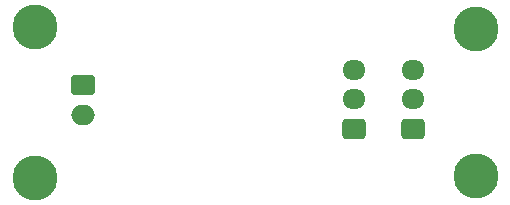
<source format=gbr>
%TF.GenerationSoftware,KiCad,Pcbnew,9.0.0*%
%TF.CreationDate,2025-04-24T23:50:50+03:00*%
%TF.ProjectId,Analog,416e616c-6f67-42e6-9b69-6361645f7063,rev?*%
%TF.SameCoordinates,Original*%
%TF.FileFunction,Soldermask,Bot*%
%TF.FilePolarity,Negative*%
%FSLAX46Y46*%
G04 Gerber Fmt 4.6, Leading zero omitted, Abs format (unit mm)*
G04 Created by KiCad (PCBNEW 9.0.0) date 2025-04-24 23:50:50*
%MOMM*%
%LPD*%
G01*
G04 APERTURE LIST*
G04 Aperture macros list*
%AMRoundRect*
0 Rectangle with rounded corners*
0 $1 Rounding radius*
0 $2 $3 $4 $5 $6 $7 $8 $9 X,Y pos of 4 corners*
0 Add a 4 corners polygon primitive as box body*
4,1,4,$2,$3,$4,$5,$6,$7,$8,$9,$2,$3,0*
0 Add four circle primitives for the rounded corners*
1,1,$1+$1,$2,$3*
1,1,$1+$1,$4,$5*
1,1,$1+$1,$6,$7*
1,1,$1+$1,$8,$9*
0 Add four rect primitives between the rounded corners*
20,1,$1+$1,$2,$3,$4,$5,0*
20,1,$1+$1,$4,$5,$6,$7,0*
20,1,$1+$1,$6,$7,$8,$9,0*
20,1,$1+$1,$8,$9,$2,$3,0*%
G04 Aperture macros list end*
%ADD10RoundRect,0.250000X0.725000X-0.600000X0.725000X0.600000X-0.725000X0.600000X-0.725000X-0.600000X0*%
%ADD11O,1.950000X1.700000*%
%ADD12C,2.600000*%
%ADD13C,3.800000*%
%ADD14RoundRect,0.250000X-0.750000X0.600000X-0.750000X-0.600000X0.750000X-0.600000X0.750000X0.600000X0*%
%ADD15O,2.000000X1.700000*%
G04 APERTURE END LIST*
D10*
%TO.C,J2*%
X157230800Y-106132000D03*
D11*
X157230800Y-103632000D03*
X157230800Y-101132000D03*
%TD*%
D12*
%TO.C,H2*%
X130175000Y-110261400D03*
D13*
X130175000Y-110261400D03*
%TD*%
D12*
%TO.C,H1*%
X167538400Y-110083600D03*
D13*
X167538400Y-110083600D03*
%TD*%
D12*
%TO.C,H4*%
X167513000Y-97663000D03*
D13*
X167513000Y-97663000D03*
%TD*%
D12*
%TO.C,H3*%
X130175000Y-97536000D03*
D13*
X130175000Y-97536000D03*
%TD*%
D10*
%TO.C,J3*%
X162209200Y-106132000D03*
D11*
X162209200Y-103632000D03*
X162209200Y-101132000D03*
%TD*%
D14*
%TO.C,J1*%
X134289800Y-102438200D03*
D15*
X134289800Y-104938200D03*
%TD*%
M02*

</source>
